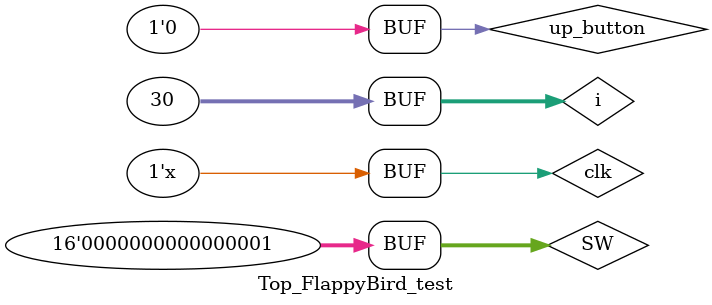
<source format=v>
`timescale 1ns / 1ps


module Top_FlappyBird_test;

    // Inputs
    reg clk;
    reg rst;
    reg [15:0] SW;
    
    
    reg up_button;

    // Outputs
    wire [3:0] VGA_R;
    wire [3:0] VGA_G;
    wire [3:0] VGA_B;
    wire VGA_hs;
    wire VGA_vs;
    wire SEGLED_CLK;
    wire SEGLED_CLR;
    wire SEGLED_DO;
    wire SEGLED_PEN;
    wire LED_CLK;
    wire LED_CLR;
    wire LED_DO;
    wire LED_PEN;

    // Bidirs
    wire [4:0] BTN_X;
    wire [3:0] BTN_Y;

    // Instantiate the Unit Under Test (UUT)
    Top_FlappyBird uut (
        .clk(clk), 
        .rst(rst), 
        .SW(SW), 
        .VGA_R(VGA_R), 
        .VGA_G(VGA_G), 
        .VGA_B(VGA_B), 
        .VGA_hs(VGA_hs), 
        .VGA_vs(VGA_vs), 
        .SEGLED_CLK(SEGLED_CLK), 
        .SEGLED_CLR(SEGLED_CLR), 
        .SEGLED_DO(SEGLED_DO), 
        .SEGLED_PEN(SEGLED_PEN), 
        .LED_CLK(LED_CLK), 
        .LED_CLR(LED_CLR), 
        .LED_DO(LED_DO), 
        .LED_PEN(LED_PEN), 
        .BTN_X(BTN_X), 
        .BTN_Y(BTN_Y)
    );

    integer i = 0;
    initial begin
        SW = 0;
        up_button = 0;
        SW[0] = 1;
        #100;
        
        for(i = 0; i < 30; i = i + 1) begin
            up_button = 1;
            #2000;
            up_button = 0;
            #1000000;
        end

    end
    always #1 clk = ~clk;
      
endmodule


</source>
